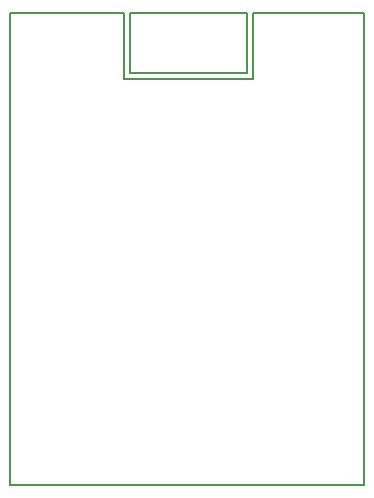
<source format=gm1>
G04 #@! TF.GenerationSoftware,KiCad,Pcbnew,(5.0.0-rc2-dev-603-g5a05135)*
G04 #@! TF.CreationDate,2018-05-01T11:36:08+02:00*
G04 #@! TF.ProjectId,chain-item,636861696E2D6974656D2E6B69636164,rev?*
G04 #@! TF.SameCoordinates,Original*
G04 #@! TF.FileFunction,Profile,NP*
%FSLAX46Y46*%
G04 Gerber Fmt 4.6, Leading zero omitted, Abs format (unit mm)*
G04 Created by KiCad (PCBNEW (5.0.0-rc2-dev-603-g5a05135)) date Tuesday 01 May 2018 à 11:36:08*
%MOMM*%
%LPD*%
G01*
G04 APERTURE LIST*
%ADD10C,0.150000*%
%ADD11C,0.200000*%
G04 APERTURE END LIST*
D10*
X78486000Y-104140000D02*
X68580000Y-104140000D01*
X78486000Y-109220000D02*
X78486000Y-104140000D01*
X68580000Y-109220000D02*
X78486000Y-109220000D01*
X68580000Y-104140000D02*
X68580000Y-109220000D01*
X58420000Y-104140000D02*
X68072000Y-104140000D01*
X78994000Y-104140000D02*
X88392000Y-104140000D01*
X78994000Y-109728000D02*
X78994000Y-104140000D01*
X68072000Y-109728000D02*
X78994000Y-109728000D01*
X68072000Y-104140000D02*
X68072000Y-109728000D01*
X88420000Y-144140000D02*
X58420000Y-144140000D01*
X88420000Y-104140000D02*
X88420000Y-144140000D01*
D11*
X58420000Y-104140000D02*
X58420000Y-144140000D01*
M02*

</source>
